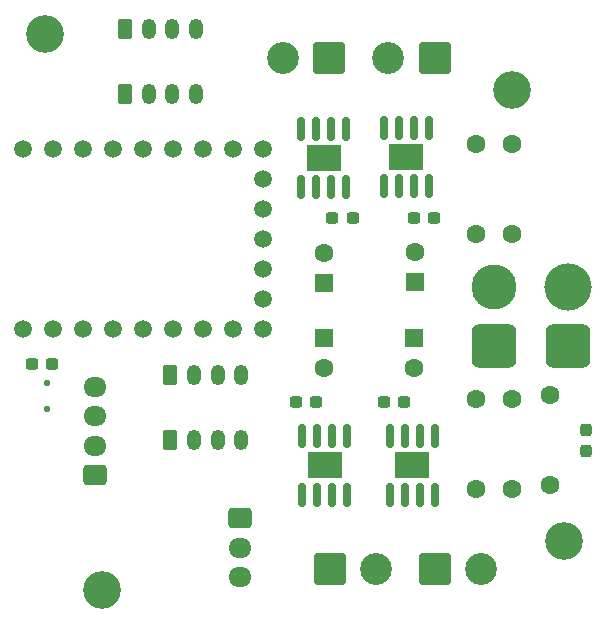
<source format=gbr>
%TF.GenerationSoftware,KiCad,Pcbnew,9.0.6*%
%TF.CreationDate,2026-01-30T21:11:36+09:00*%
%TF.ProjectId,v2_MotorDriver,76325f4d-6f74-46f7-9244-72697665722e,rev?*%
%TF.SameCoordinates,Original*%
%TF.FileFunction,Soldermask,Top*%
%TF.FilePolarity,Negative*%
%FSLAX46Y46*%
G04 Gerber Fmt 4.6, Leading zero omitted, Abs format (unit mm)*
G04 Created by KiCad (PCBNEW 9.0.6) date 2026-01-30 21:11:36*
%MOMM*%
%LPD*%
G01*
G04 APERTURE LIST*
G04 Aperture macros list*
%AMRoundRect*
0 Rectangle with rounded corners*
0 $1 Rounding radius*
0 $2 $3 $4 $5 $6 $7 $8 $9 X,Y pos of 4 corners*
0 Add a 4 corners polygon primitive as box body*
4,1,4,$2,$3,$4,$5,$6,$7,$8,$9,$2,$3,0*
0 Add four circle primitives for the rounded corners*
1,1,$1+$1,$2,$3*
1,1,$1+$1,$4,$5*
1,1,$1+$1,$6,$7*
1,1,$1+$1,$8,$9*
0 Add four rect primitives between the rounded corners*
20,1,$1+$1,$2,$3,$4,$5,0*
20,1,$1+$1,$4,$5,$6,$7,0*
20,1,$1+$1,$6,$7,$8,$9,0*
20,1,$1+$1,$8,$9,$2,$3,0*%
G04 Aperture macros list end*
%ADD10RoundRect,0.250000X-0.350000X-0.625000X0.350000X-0.625000X0.350000X0.625000X-0.350000X0.625000X0*%
%ADD11O,1.200000X1.750000*%
%ADD12RoundRect,0.250000X-0.550000X0.550000X-0.550000X-0.550000X0.550000X-0.550000X0.550000X0.550000X0*%
%ADD13C,1.600000*%
%ADD14RoundRect,0.237500X0.300000X0.237500X-0.300000X0.237500X-0.300000X-0.237500X0.300000X-0.237500X0*%
%ADD15RoundRect,0.760000X1.140000X-1.140000X1.140000X1.140000X-1.140000X1.140000X-1.140000X-1.140000X0*%
%ADD16C,3.800000*%
%ADD17RoundRect,0.250001X1.099999X1.099999X-1.099999X1.099999X-1.099999X-1.099999X1.099999X-1.099999X0*%
%ADD18C,2.700000*%
%ADD19RoundRect,0.237500X-0.300000X-0.237500X0.300000X-0.237500X0.300000X0.237500X-0.300000X0.237500X0*%
%ADD20RoundRect,0.250000X0.725000X-0.600000X0.725000X0.600000X-0.725000X0.600000X-0.725000X-0.600000X0*%
%ADD21O,1.950000X1.700000*%
%ADD22RoundRect,0.250001X-1.099999X-1.099999X1.099999X-1.099999X1.099999X1.099999X-1.099999X1.099999X0*%
%ADD23C,1.500000*%
%ADD24RoundRect,0.125000X-0.125000X0.125000X-0.125000X-0.125000X0.125000X-0.125000X0.125000X0.125000X0*%
%ADD25RoundRect,0.237500X-0.237500X0.287500X-0.237500X-0.287500X0.237500X-0.287500X0.237500X0.287500X0*%
%ADD26RoundRect,0.250000X0.550000X-0.550000X0.550000X0.550000X-0.550000X0.550000X-0.550000X-0.550000X0*%
%ADD27C,3.200000*%
%ADD28RoundRect,0.150000X-0.150000X0.825000X-0.150000X-0.825000X0.150000X-0.825000X0.150000X0.825000X0*%
%ADD29R,3.000000X2.290000*%
%ADD30RoundRect,0.150000X0.150000X-0.825000X0.150000X0.825000X-0.150000X0.825000X-0.150000X-0.825000X0*%
%ADD31RoundRect,0.250000X-0.725000X0.600000X-0.725000X-0.600000X0.725000X-0.600000X0.725000X0.600000X0*%
%ADD32C,4.000000*%
G04 APERTURE END LIST*
D10*
%TO.C,E3*%
X140716000Y-116738400D03*
D11*
X142716000Y-116738400D03*
X144716000Y-116738400D03*
X146716000Y-116738400D03*
%TD*%
D12*
%TO.C,C4*%
X153720800Y-108102400D03*
D13*
X153720800Y-110602400D03*
%TD*%
%TO.C,R5*%
X169672000Y-120853200D03*
X169672000Y-113233200D03*
%TD*%
D14*
%TO.C,C9*%
X130708400Y-110286800D03*
X128983400Y-110286800D03*
%TD*%
D15*
%TO.C,MP1*%
X168122600Y-108748200D03*
D16*
X168122600Y-103748200D03*
%TD*%
D17*
%TO.C,M2*%
X163098365Y-84370000D03*
D18*
X159138365Y-84370000D03*
%TD*%
D13*
%TO.C,R6*%
X166573200Y-120853200D03*
X166573200Y-113233200D03*
%TD*%
D19*
%TO.C,C6*%
X161343000Y-97891600D03*
X163068000Y-97891600D03*
%TD*%
D20*
%TO.C,J6*%
X134366000Y-119717200D03*
D21*
X134366000Y-117217200D03*
X134366000Y-114717200D03*
X134366000Y-112217200D03*
%TD*%
D12*
%TO.C,C3*%
X161391600Y-108102400D03*
D13*
X161391600Y-110602400D03*
%TD*%
%TO.C,R3*%
X166573200Y-91694000D03*
X166573200Y-99314000D03*
%TD*%
D22*
%TO.C,M4*%
X154198500Y-127618400D03*
D18*
X158158500Y-127618400D03*
%TD*%
D23*
%TO.C,RP2040_Zero1*%
X128270000Y-92075000D03*
X130810000Y-92075000D03*
X133350000Y-92075000D03*
X135890000Y-92075000D03*
X138430000Y-92075000D03*
X140970000Y-92075000D03*
X143510000Y-92075000D03*
X146050000Y-92075000D03*
X148590000Y-92075000D03*
X148590000Y-94615000D03*
X148590000Y-97155000D03*
X148590000Y-99695000D03*
X148590000Y-102235000D03*
X148590000Y-104775000D03*
X148590000Y-107315000D03*
X146050000Y-107315000D03*
X143510000Y-107315000D03*
X140970000Y-107315000D03*
X138430000Y-107315000D03*
X135890000Y-107315000D03*
X133350000Y-107315000D03*
X130810000Y-107315000D03*
X128270000Y-107315000D03*
%TD*%
D10*
%TO.C,E1*%
X136875000Y-87426800D03*
D11*
X138875000Y-87426800D03*
X140875000Y-87426800D03*
X142875000Y-87426800D03*
%TD*%
D24*
%TO.C,D1*%
X130302000Y-111879200D03*
X130302000Y-114079200D03*
%TD*%
D25*
%TO.C,D2*%
X175920400Y-115902800D03*
X175920400Y-117652800D03*
%TD*%
D26*
%TO.C,C1*%
X153720800Y-103388800D03*
D13*
X153720800Y-100888800D03*
%TD*%
D26*
%TO.C,C2*%
X161442400Y-103338000D03*
D13*
X161442400Y-100838000D03*
%TD*%
%TO.C,R2*%
X172872400Y-120548400D03*
X172872400Y-112928400D03*
%TD*%
D27*
%TO.C,H2*%
X174091600Y-125272800D03*
%TD*%
D28*
%TO.C,TB67H3*%
X163105400Y-116385800D03*
X161835400Y-116385800D03*
X160565400Y-116385800D03*
X159295400Y-116385800D03*
X159295400Y-121335800D03*
X160565400Y-121335800D03*
X161835400Y-121335800D03*
X163105400Y-121335800D03*
D29*
X161200400Y-118860800D03*
%TD*%
D13*
%TO.C,R4*%
X169672000Y-91694000D03*
X169672000Y-99314000D03*
%TD*%
D10*
%TO.C,E2*%
X136875000Y-81889600D03*
D11*
X138875000Y-81889600D03*
X140875000Y-81889600D03*
X142875000Y-81889600D03*
%TD*%
D30*
%TO.C,TB67H2*%
X158800800Y-95235800D03*
X160070800Y-95235800D03*
X161340800Y-95235800D03*
X162610800Y-95235800D03*
X162610800Y-90285800D03*
X161340800Y-90285800D03*
X160070800Y-90285800D03*
X158800800Y-90285800D03*
D29*
X160705800Y-92760800D03*
%TD*%
D30*
%TO.C,TB67H1*%
X151815800Y-95300800D03*
X153085800Y-95300800D03*
X154355800Y-95300800D03*
X155625800Y-95300800D03*
X155625800Y-90350800D03*
X154355800Y-90350800D03*
X153085800Y-90350800D03*
X151815800Y-90350800D03*
D29*
X153720800Y-92825800D03*
%TD*%
D27*
%TO.C,H4*%
X134975600Y-129438400D03*
%TD*%
D14*
%TO.C,C8*%
X153058200Y-113487200D03*
X151333200Y-113487200D03*
%TD*%
D19*
%TO.C,C5*%
X154434200Y-97891600D03*
X156159200Y-97891600D03*
%TD*%
D14*
%TO.C,C7*%
X160525800Y-113487200D03*
X158800800Y-113487200D03*
%TD*%
D22*
%TO.C,M3*%
X163088500Y-127618400D03*
D18*
X167048500Y-127618400D03*
%TD*%
D27*
%TO.C,H1*%
X169621200Y-87071200D03*
%TD*%
D28*
%TO.C,TB67H4*%
X155688600Y-116385800D03*
X154418600Y-116385800D03*
X153148600Y-116385800D03*
X151878600Y-116385800D03*
X151878600Y-121335800D03*
X153148600Y-121335800D03*
X154418600Y-121335800D03*
X155688600Y-121335800D03*
D29*
X153783600Y-118860800D03*
%TD*%
D17*
%TO.C,M1*%
X154182118Y-84370000D03*
D18*
X150222118Y-84370000D03*
%TD*%
D31*
%TO.C,BLC_Sign1*%
X146659600Y-123320800D03*
D21*
X146659600Y-125820800D03*
X146659600Y-128320800D03*
%TD*%
D10*
%TO.C,E4*%
X140716000Y-111201200D03*
D11*
X142716000Y-111201200D03*
X144716000Y-111201200D03*
X146716000Y-111201200D03*
%TD*%
D27*
%TO.C,H3*%
X130098800Y-82346800D03*
%TD*%
D15*
%TO.C,BLC_Pow1*%
X174396400Y-108733600D03*
D32*
X174396400Y-103733600D03*
%TD*%
M02*

</source>
